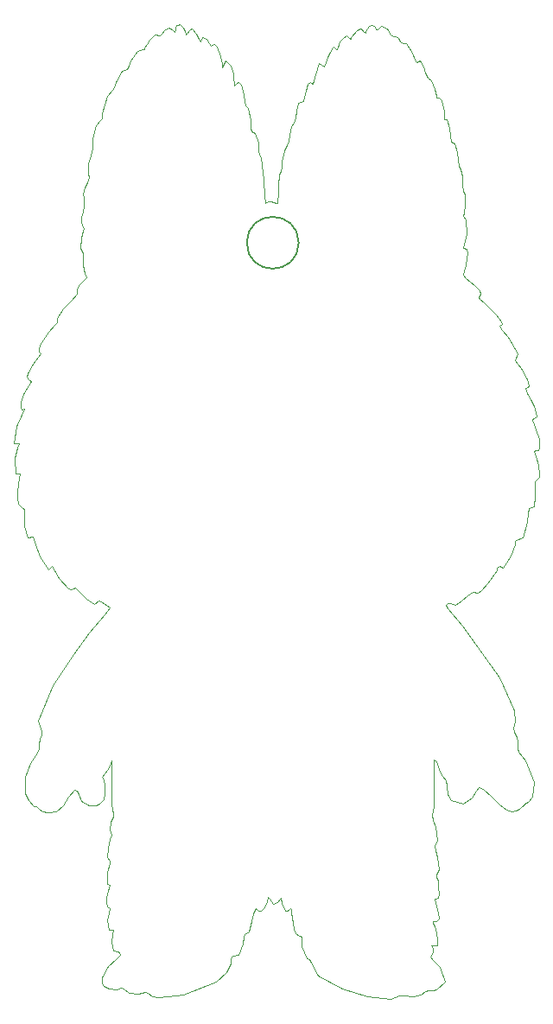
<source format=gbr>
%TF.GenerationSoftware,KiCad,Pcbnew,9.0.3*%
%TF.CreationDate,2025-07-31T13:15:59-07:00*%
%TF.ProjectId,dc-labubu-protype-ver-2.0,64632d6c-6162-4756-9275-2d70726f7479,rev?*%
%TF.SameCoordinates,Original*%
%TF.FileFunction,Profile,NP*%
%FSLAX46Y46*%
G04 Gerber Fmt 4.6, Leading zero omitted, Abs format (unit mm)*
G04 Created by KiCad (PCBNEW 9.0.3) date 2025-07-31 13:15:59*
%MOMM*%
%LPD*%
G01*
G04 APERTURE LIST*
%TA.AperFunction,Profile*%
%ADD10C,0.150000*%
%TD*%
%TA.AperFunction,Profile*%
%ADD11C,0.100000*%
%TD*%
G04 APERTURE END LIST*
D10*
X150832753Y-57303650D02*
G75*
G02*
X145752155Y-57303650I-2540299J0D01*
G01*
X145752155Y-57303650D02*
G75*
G02*
X150832753Y-57303650I2540299J0D01*
G01*
D11*
%TO.C,Ref\u002A\u002A*%
X139012473Y-35948332D02*
X139141590Y-35922086D01*
X139141590Y-35922086D02*
X139517562Y-36263318D01*
X139517562Y-36263318D02*
X139663612Y-36584469D01*
X139663612Y-36584469D02*
X139758068Y-36846089D01*
X139758068Y-36846089D02*
X139789554Y-36933295D01*
X139789554Y-36933295D02*
X139931635Y-36699960D01*
X139931635Y-36699960D02*
X140017889Y-36558064D01*
X140017889Y-36558064D02*
X140165262Y-36365818D01*
X140165262Y-36365818D02*
X140355761Y-36311102D01*
X140355761Y-36311102D02*
X140821957Y-36830240D01*
X140821957Y-36830240D02*
X141061404Y-37289371D01*
X141061404Y-37289371D02*
X141199516Y-37549324D01*
X141199516Y-37549324D02*
X141345037Y-37139696D01*
X141345037Y-37139696D02*
X141805676Y-37306066D01*
X141805676Y-37306066D02*
X142081636Y-37762313D01*
X142081636Y-37762313D02*
X142252821Y-38039517D01*
X142252821Y-38039517D02*
X142447819Y-37855526D01*
X142447819Y-37855526D02*
X142582227Y-37845525D01*
X142582227Y-37845525D02*
X142835169Y-38068833D01*
X142835169Y-38068833D02*
X143176745Y-39007203D01*
X143176745Y-39007203D02*
X143306655Y-39761423D01*
X143306655Y-39761423D02*
X143368832Y-40095565D01*
X143368832Y-40095565D02*
X143688978Y-39485542D01*
X143688978Y-39485542D02*
X144201475Y-39993145D01*
X144201475Y-39993145D02*
X144393298Y-40740168D01*
X144393298Y-40740168D02*
X144464206Y-41248670D01*
X144464206Y-41248670D02*
X144479287Y-41660494D01*
X144479287Y-41660494D02*
X144506539Y-41882691D01*
X144506539Y-41882691D02*
X144760274Y-41659356D01*
X144760274Y-41659356D02*
X144912410Y-41602683D01*
X144912410Y-41602683D02*
X145171172Y-41851682D01*
X145171172Y-41851682D02*
X145424378Y-42712106D01*
X145424378Y-42712106D02*
X145515924Y-43458865D01*
X145515924Y-43458865D02*
X145608263Y-43887489D01*
X145608263Y-43887489D02*
X145859617Y-44139954D01*
X145859617Y-44139954D02*
X146123142Y-45283191D01*
X146123142Y-45283191D02*
X146160977Y-46070590D01*
X146160977Y-46070590D02*
X146223948Y-46347635D01*
X146223948Y-46347635D02*
X146564731Y-46526969D01*
X146564731Y-46526969D02*
X146846776Y-47499073D01*
X146846776Y-47499073D02*
X146888580Y-48256522D01*
X146888580Y-48256522D02*
X146944672Y-48634135D01*
X146944672Y-48634135D02*
X147117180Y-48888901D01*
X147117180Y-48888901D02*
X147405311Y-51161511D01*
X147405311Y-51161511D02*
X147500561Y-52641271D01*
X147500561Y-52641271D02*
X147554536Y-53383188D01*
X147554536Y-53383188D02*
X147809858Y-53265766D01*
X147809858Y-53265766D02*
X148118097Y-53256214D01*
X148118097Y-53256214D02*
X148340612Y-53304871D01*
X148340612Y-53304871D02*
X148656788Y-53385093D01*
X148656788Y-53385093D02*
X148762357Y-53411842D01*
X148762357Y-53411842D02*
X148797017Y-52321601D01*
X148797017Y-52321601D02*
X148820036Y-51608233D01*
X148820036Y-51608233D02*
X148880890Y-50610702D01*
X148880890Y-50610702D02*
X149093086Y-50241079D01*
X149093086Y-50241079D02*
X149196538Y-49891195D01*
X149196538Y-49891195D02*
X149211090Y-49378142D01*
X149211090Y-49378142D02*
X149421698Y-48278561D01*
X149421698Y-48278561D02*
X149714856Y-47781383D01*
X149714856Y-47781383D02*
X149846353Y-47292117D01*
X149846353Y-47292117D02*
X149918585Y-46688603D01*
X149918585Y-46688603D02*
X150073366Y-45910120D01*
X150073366Y-45910120D02*
X150357792Y-45568279D01*
X150357792Y-45568279D02*
X150511515Y-45013792D01*
X150511515Y-45013792D02*
X150607559Y-44384111D01*
X150607559Y-44384111D02*
X150789063Y-43588907D01*
X150789063Y-43588907D02*
X151248908Y-43457436D01*
X151248908Y-43457436D02*
X151412685Y-42990023D01*
X151412685Y-42990023D02*
X151502378Y-42423419D01*
X151502378Y-42423419D02*
X151717220Y-41772862D01*
X151717220Y-41772862D02*
X151947672Y-41565562D01*
X151947672Y-41565562D02*
X152060649Y-41629009D01*
X152060649Y-41629009D02*
X152181563Y-41743123D01*
X152181563Y-41743123D02*
X152313855Y-41409352D01*
X152313855Y-41409352D02*
X152442706Y-40799382D01*
X152442706Y-40799382D02*
X152814975Y-39733324D01*
X152814975Y-39733324D02*
X153334351Y-40030028D01*
X153334351Y-40030028D02*
X153511886Y-39635984D01*
X153511886Y-39635984D02*
X153656878Y-39140844D01*
X153656878Y-39140844D02*
X153879392Y-38563127D01*
X153879392Y-38563127D02*
X154124661Y-38196362D01*
X154124661Y-38196362D02*
X154277854Y-38082935D01*
X154277854Y-38082935D02*
X154494812Y-38358313D01*
X154494812Y-38358313D02*
X154600381Y-38337728D01*
X154600381Y-38337728D02*
X154692456Y-38099471D01*
X154692456Y-38099471D02*
X154759660Y-37901087D01*
X154759660Y-37901087D02*
X154778445Y-37790015D01*
X154778445Y-37790015D02*
X154942751Y-37537471D01*
X154942751Y-37537471D02*
X155169763Y-37236137D01*
X155169763Y-37236137D02*
X155534359Y-37020370D01*
X155534359Y-37020370D02*
X155815875Y-37267622D01*
X155815875Y-37267622D02*
X155903717Y-37345463D01*
X155903717Y-37345463D02*
X155933085Y-37190205D01*
X155933085Y-37190205D02*
X156522841Y-36510915D01*
X156522841Y-36510915D02*
X156883203Y-36311102D01*
X156883203Y-36311102D02*
X157040894Y-36423656D01*
X157040894Y-36423656D02*
X157168688Y-36607752D01*
X157168688Y-36607752D02*
X157347811Y-36755443D01*
X157347811Y-36755443D02*
X157405754Y-36555338D01*
X157405754Y-36555338D02*
X157559477Y-36310229D01*
X157559477Y-36310229D02*
X157756062Y-36088402D01*
X157756062Y-36088402D02*
X157969052Y-35936188D01*
X157969052Y-35936188D02*
X158192889Y-36023685D01*
X158192889Y-36023685D02*
X158344759Y-36185134D01*
X158344759Y-36185134D02*
X158442391Y-36433075D01*
X158442391Y-36433075D02*
X158547959Y-36429397D01*
X158547959Y-36429397D02*
X158893505Y-36084010D01*
X158893505Y-36084010D02*
X159520302Y-36348779D01*
X159520302Y-36348779D02*
X159880664Y-36917976D01*
X159880664Y-36917976D02*
X160070899Y-37074001D01*
X160070899Y-37074001D02*
X160341567Y-37099162D01*
X160341567Y-37099162D02*
X160605357Y-37279052D01*
X160605357Y-37279052D02*
X160811731Y-37561283D01*
X160811731Y-37561283D02*
X161032129Y-37779008D01*
X161032129Y-37779008D02*
X161343014Y-37791391D01*
X161343014Y-37791391D02*
X161949967Y-38648931D01*
X161949967Y-38648931D02*
X162243919Y-39335339D01*
X162243919Y-39335339D02*
X162388911Y-39614950D01*
X162388911Y-39614950D02*
X162735250Y-39472525D01*
X162735250Y-39472525D02*
X163053014Y-40010554D01*
X163053014Y-40010554D02*
X163256478Y-40646929D01*
X163256478Y-40646929D02*
X163461795Y-41145615D01*
X163461795Y-41145615D02*
X163780617Y-41369426D01*
X163780617Y-41369426D02*
X164136746Y-42262394D01*
X164136746Y-42262394D02*
X164293908Y-42909590D01*
X164293908Y-42909590D02*
X164359525Y-43083686D01*
X164359525Y-43083686D02*
X164574895Y-43105329D01*
X164574895Y-43105329D02*
X164806141Y-43354301D01*
X164806141Y-43354301D02*
X164956424Y-43770808D01*
X164956424Y-43770808D02*
X165058818Y-44341461D01*
X165058818Y-44341461D02*
X165077074Y-44809270D01*
X165077074Y-44809270D02*
X165108295Y-45167594D01*
X165108295Y-45167594D02*
X165367586Y-45243874D01*
X165367586Y-45243874D02*
X165609415Y-46060985D01*
X165609415Y-46060985D02*
X165684027Y-46810020D01*
X165684027Y-46810020D02*
X165763138Y-47375407D01*
X165763138Y-47375407D02*
X166090427Y-47558102D01*
X166090427Y-47558102D02*
X166351306Y-48427654D01*
X166351306Y-48427654D02*
X166425653Y-49219180D01*
X166425653Y-49219180D02*
X166515876Y-49767714D01*
X166515876Y-49767714D02*
X166725955Y-50107571D01*
X166725955Y-50107571D02*
X166825968Y-50808716D01*
X166825968Y-50808716D02*
X166854542Y-51540288D01*
X166854542Y-51540288D02*
X166911428Y-52262864D01*
X166911428Y-52262864D02*
X167140292Y-52594122D01*
X167140292Y-52594122D02*
X167162253Y-53589642D01*
X167162253Y-53589642D02*
X167028374Y-54340687D01*
X167028374Y-54340687D02*
X166988951Y-54718088D01*
X166988951Y-54718088D02*
X167239775Y-55037228D01*
X167239775Y-55037228D02*
X167273907Y-56439121D01*
X167273907Y-56439121D02*
X167072559Y-57362569D01*
X167072559Y-57362569D02*
X166948469Y-57831675D01*
X166948469Y-57831675D02*
X167312800Y-57920310D01*
X167312800Y-57920310D02*
X167352752Y-58298664D01*
X167352752Y-58298664D02*
X167308831Y-58790523D01*
X167308831Y-58790523D02*
X167195590Y-59515481D01*
X167195590Y-59515481D02*
X167076263Y-60060257D01*
X167076263Y-60060257D02*
X166990274Y-60476975D01*
X166990274Y-60476975D02*
X167179186Y-60747115D01*
X167179186Y-60747115D02*
X168039081Y-61447995D01*
X168039081Y-61447995D02*
X168521945Y-61981130D01*
X168521945Y-61981130D02*
X168668259Y-62343079D01*
X168668259Y-62343079D02*
X168448920Y-62639941D01*
X168448920Y-62639941D02*
X168556076Y-62818270D01*
X168556076Y-62818270D02*
X168977292Y-63124393D01*
X168977292Y-63124393D02*
X170190405Y-64298083D01*
X170190405Y-64298083D02*
X170703431Y-65032036D01*
X170703431Y-65032036D02*
X170741002Y-65255874D01*
X170741002Y-65255874D02*
X170470334Y-65472038D01*
X170470334Y-65472038D02*
X170752644Y-65892989D01*
X170752644Y-65892989D02*
X171346368Y-66551007D01*
X171346368Y-66551007D02*
X172261561Y-68148824D01*
X172261561Y-68148824D02*
X172069473Y-68783559D01*
X172069473Y-68783559D02*
X172282463Y-69147360D01*
X172282463Y-69147360D02*
X172625362Y-69613026D01*
X172625362Y-69613026D02*
X173220939Y-70647546D01*
X173220939Y-70647546D02*
X173378895Y-71272756D01*
X173378895Y-71272756D02*
X173287878Y-71430976D01*
X173287878Y-71430976D02*
X173031762Y-71521199D01*
X173031762Y-71521199D02*
X173237607Y-72042163D01*
X173237607Y-72042163D02*
X173534469Y-72603608D01*
X173534469Y-72603608D02*
X173871813Y-73347880D01*
X173871813Y-73347880D02*
X174060725Y-73941340D01*
X174060725Y-73941340D02*
X174112054Y-74297998D01*
X174112054Y-74297998D02*
X173920496Y-74466802D01*
X173920496Y-74466802D02*
X173747459Y-74606766D01*
X173747459Y-74606766D02*
X173689780Y-74653333D01*
X173689780Y-74653333D02*
X173874459Y-75072697D01*
X173874459Y-75072697D02*
X174092210Y-75568525D01*
X174092210Y-75568525D02*
X174392777Y-76560711D01*
X174392777Y-76560711D02*
X174400714Y-77336998D01*
X174400714Y-77336998D02*
X174337214Y-77638887D01*
X174337214Y-77638887D02*
X174036913Y-77651058D01*
X174036913Y-77651058D02*
X173922613Y-77715087D01*
X173922613Y-77715087D02*
X174060725Y-78184986D01*
X174060725Y-78184986D02*
X174301496Y-79105735D01*
X174301496Y-79105735D02*
X174416325Y-79881228D01*
X174416325Y-79881228D02*
X174394364Y-80261963D01*
X174394364Y-80261963D02*
X174012571Y-80665187D01*
X174012571Y-80665187D02*
X173948542Y-81260499D01*
X173948542Y-81260499D02*
X173990081Y-82152144D01*
X173990081Y-82152144D02*
X173919967Y-83150416D01*
X173919967Y-83150416D02*
X173375191Y-83327422D01*
X173375191Y-83327422D02*
X173265918Y-83810550D01*
X173265918Y-83810550D02*
X173196332Y-84697168D01*
X173196332Y-84697168D02*
X172806337Y-86203439D01*
X172806337Y-86203439D02*
X172121332Y-86459026D01*
X172121332Y-86459026D02*
X172021319Y-86531522D01*
X172021319Y-86531522D02*
X172012853Y-86844523D01*
X172012853Y-86844523D02*
X171614655Y-87928520D01*
X171614655Y-87928520D02*
X171211695Y-88679671D01*
X171211695Y-88679671D02*
X170828315Y-89119937D01*
X170828315Y-89119937D02*
X170549179Y-88992937D01*
X170549179Y-88992937D02*
X170285919Y-89138458D01*
X170285919Y-89138458D02*
X170226653Y-89413095D01*
X170226653Y-89413095D02*
X169344269Y-90674362D01*
X169344269Y-90674362D02*
X168718794Y-91335555D01*
X168718794Y-91335555D02*
X168366634Y-91558863D01*
X168366634Y-91558863D02*
X167895941Y-91558070D01*
X167895941Y-91558070D02*
X167380004Y-91856255D01*
X167380004Y-91856255D02*
X166757176Y-92378012D01*
X166757176Y-92378012D02*
X166171918Y-92752397D01*
X166171918Y-92752397D02*
X165660215Y-92583858D01*
X165660215Y-92583858D02*
X165461513Y-92624075D01*
X165461513Y-92624075D02*
X165215980Y-92793143D01*
X165215980Y-92793143D02*
X165386636Y-93106145D01*
X165386636Y-93106145D02*
X166874122Y-94807678D01*
X166874122Y-94807678D02*
X170532511Y-99901165D01*
X170532511Y-99901165D02*
X171941415Y-103151567D01*
X171941415Y-103151567D02*
X172021055Y-104206989D01*
X172021055Y-104206989D02*
X171845107Y-104841459D01*
X171845107Y-104841459D02*
X171940092Y-105235952D01*
X171940092Y-105235952D02*
X172175307Y-105728077D01*
X172175307Y-105728077D02*
X172316859Y-106195066D01*
X172316859Y-106195066D02*
X172243304Y-106814984D01*
X172243304Y-106814984D02*
X172349138Y-107192808D01*
X172349138Y-107192808D02*
X173048695Y-107994495D01*
X173048695Y-107994495D02*
X173896419Y-110132855D01*
X173896419Y-110132855D02*
X173736611Y-111565836D01*
X173736611Y-111565836D02*
X173301372Y-112124635D01*
X173301372Y-112124635D02*
X172981226Y-112290793D01*
X172981226Y-112290793D02*
X172846289Y-112397420D01*
X172846289Y-112397420D02*
X172745748Y-112543735D01*
X172745748Y-112543735D02*
X172464231Y-112759899D01*
X172464231Y-112759899D02*
X172092492Y-112948282D01*
X172092492Y-112948282D02*
X171725780Y-112995907D01*
X171725780Y-112995907D02*
X171143168Y-112846418D01*
X171143168Y-112846418D02*
X170485415Y-112339477D01*
X170485415Y-112339477D02*
X169745112Y-111589384D01*
X169745112Y-111589384D02*
X168883894Y-110779231D01*
X168883894Y-110779231D02*
X168437013Y-110609633D01*
X168437013Y-110609633D02*
X168181162Y-110976345D01*
X168181162Y-110976345D02*
X167834558Y-111647857D01*
X167834558Y-111647857D02*
X166927567Y-112234702D01*
X166927567Y-112234702D02*
X165796740Y-111904502D01*
X165796740Y-111904502D02*
X165399601Y-111297813D01*
X165399601Y-111297813D02*
X165346949Y-110448237D01*
X165346949Y-110448237D02*
X165256461Y-109992626D01*
X165256461Y-109992626D02*
X164893453Y-109584639D01*
X164893453Y-109584639D02*
X164649772Y-109140404D01*
X164649772Y-109140404D02*
X164516687Y-108614942D01*
X164516687Y-108614942D02*
X164333860Y-108099270D01*
X164333860Y-108099270D02*
X164079596Y-107982059D01*
X164079596Y-107982059D02*
X164058165Y-109513466D01*
X164058165Y-109513466D02*
X164083036Y-110931895D01*
X164083036Y-110931895D02*
X164086475Y-112555112D01*
X164086475Y-112555112D02*
X163903648Y-113369234D01*
X163903648Y-113369234D02*
X163948892Y-113835694D01*
X163948892Y-113835694D02*
X164212417Y-114572822D01*
X164212417Y-114572822D02*
X164405562Y-115842820D01*
X164405562Y-115842820D02*
X164164792Y-116433634D01*
X164164792Y-116433634D02*
X164235965Y-116867286D01*
X164235965Y-116867286D02*
X164426993Y-117466831D01*
X164426993Y-117466831D02*
X164579129Y-118670154D01*
X164579129Y-118670154D02*
X164346560Y-119172333D01*
X164346560Y-119172333D02*
X164366669Y-119473957D01*
X164366669Y-119473957D02*
X164458214Y-119826382D01*
X164458214Y-119826382D02*
X164538383Y-120468789D01*
X164538383Y-120468789D02*
X164551347Y-121034468D01*
X164551347Y-121034468D02*
X164525947Y-121508865D01*
X164525947Y-121508865D02*
X164254485Y-121538234D01*
X164254485Y-121538234D02*
X164143625Y-121600940D01*
X164143625Y-121600940D02*
X164253956Y-122007869D01*
X164253956Y-122007869D02*
X164491816Y-122897926D01*
X164491816Y-122897926D02*
X164551083Y-123482390D01*
X164551083Y-123482390D02*
X164336241Y-123810208D01*
X164336241Y-123810208D02*
X163979848Y-123774754D01*
X163979848Y-123774754D02*
X164024827Y-123982187D01*
X164024827Y-123982187D02*
X164147594Y-124260528D01*
X164147594Y-124260528D02*
X164309519Y-124864836D01*
X164309519Y-124864836D02*
X164418527Y-125511741D01*
X164418527Y-125511741D02*
X164384660Y-126186428D01*
X164384660Y-126186428D02*
X163917407Y-126184841D01*
X163917407Y-126184841D02*
X163809192Y-126174786D01*
X163809192Y-126174786D02*
X163987786Y-126374547D01*
X163987786Y-126374547D02*
X164010804Y-126853442D01*
X164010804Y-126853442D02*
X163754423Y-127233648D01*
X163754423Y-127233648D02*
X163984346Y-127579458D01*
X163984346Y-127579458D02*
X164670145Y-128267373D01*
X164670145Y-128267373D02*
X165171001Y-129673367D01*
X165171001Y-129673367D02*
X164357937Y-130464206D01*
X164357937Y-130464206D02*
X163955507Y-130559985D01*
X163955507Y-130559985D02*
X163577682Y-130576125D01*
X163577682Y-130576125D02*
X163209647Y-130660262D01*
X163209647Y-130660262D02*
X162779964Y-130962416D01*
X162779964Y-130962416D02*
X162010557Y-131139422D01*
X162010557Y-131139422D02*
X161161245Y-131041526D01*
X161161245Y-131041526D02*
X160670444Y-131040997D01*
X160670444Y-131040997D02*
X159877224Y-131409032D01*
X159877224Y-131409032D02*
X157566621Y-131179109D01*
X157566621Y-131179109D02*
X155086420Y-130404939D01*
X155086420Y-130404939D02*
X152703850Y-129127797D01*
X152703850Y-129127797D02*
X151990799Y-127647191D01*
X151990799Y-127647191D02*
X151891845Y-127468333D01*
X151891845Y-127468333D02*
X151602655Y-127423354D01*
X151602655Y-127423354D02*
X151159744Y-126205478D01*
X151159744Y-126205478D02*
X151099948Y-125397971D01*
X151099948Y-125397971D02*
X151070050Y-125187892D01*
X151070050Y-125187892D02*
X150881402Y-125234458D01*
X150881402Y-125234458D02*
X150512573Y-124919605D01*
X150512573Y-124919605D02*
X150351442Y-124499711D01*
X150351442Y-124499711D02*
X150246138Y-123932445D01*
X150246138Y-123932445D02*
X150189518Y-123441909D01*
X150189518Y-123441909D02*
X150130516Y-122954018D01*
X150130516Y-122954018D02*
X150066751Y-122593920D01*
X150066751Y-122593920D02*
X149987376Y-122512958D01*
X149987376Y-122512958D02*
X149811429Y-122666945D01*
X149811429Y-122666945D02*
X149667495Y-122771720D01*
X149667495Y-122771720D02*
X149523827Y-122799766D01*
X149523827Y-122799766D02*
X149181192Y-122024008D01*
X149181192Y-122024008D02*
X149103669Y-121468649D01*
X149103669Y-121468649D02*
X149001275Y-121548023D01*
X149001275Y-121548023D02*
X148765797Y-121933256D01*
X148765797Y-121933256D02*
X148341141Y-122068194D01*
X148341141Y-122068194D02*
X147995595Y-121611788D01*
X147995595Y-121611788D02*
X147786310Y-121400122D01*
X147786310Y-121400122D02*
X147737098Y-121845150D01*
X147737098Y-121845150D02*
X147466165Y-122453427D01*
X147466165Y-122453427D02*
X147110565Y-122748172D01*
X147110565Y-122748172D02*
X146922711Y-122744732D01*
X146922711Y-122744732D02*
X146616324Y-122483324D01*
X146616324Y-122483324D02*
X146413918Y-123001378D01*
X146413918Y-123001378D02*
X146245114Y-123776606D01*
X146245114Y-123776606D02*
X145941108Y-124763501D01*
X145941108Y-124763501D02*
X145538678Y-125006388D01*
X145538678Y-125006388D02*
X145420409Y-125327062D01*
X145420409Y-125327062D02*
X145341828Y-125960739D01*
X145341828Y-125960739D02*
X144913468Y-127059817D01*
X144913468Y-127059817D02*
X144314452Y-127123581D01*
X144314452Y-127123581D02*
X144177663Y-127448224D01*
X144177663Y-127448224D02*
X144159671Y-127886903D01*
X144159671Y-127886903D02*
X143723374Y-128727219D01*
X143723374Y-128727219D02*
X142767700Y-129712526D01*
X142767700Y-129712526D02*
X139487135Y-130979614D01*
X139487135Y-130979614D02*
X137144253Y-131206361D01*
X137144253Y-131206361D02*
X136492585Y-131162441D01*
X136492585Y-131162441D02*
X136046233Y-130817160D01*
X136046233Y-130817160D02*
X135760193Y-130708416D01*
X135760193Y-130708416D02*
X135123712Y-130876426D01*
X135123712Y-130876426D02*
X134227410Y-130838591D01*
X134227410Y-130838591D02*
X133681973Y-130349906D01*
X133681973Y-130349906D02*
X133464644Y-130306250D01*
X133464644Y-130306250D02*
X133040835Y-130448860D01*
X133040835Y-130448860D02*
X132267671Y-130409437D01*
X132267671Y-130409437D02*
X131704294Y-130125011D01*
X131704294Y-130125011D02*
X131563351Y-129855401D01*
X131563351Y-129855401D02*
X131553482Y-129252416D01*
X131553482Y-129252416D02*
X132194408Y-128214721D01*
X132194408Y-128214721D02*
X132952861Y-127469656D01*
X132952861Y-127469656D02*
X133345899Y-127063521D01*
X133345899Y-127063521D02*
X133260413Y-126826454D01*
X133260413Y-126826454D02*
X133057133Y-126706863D01*
X133057133Y-126706863D02*
X132692723Y-126640452D01*
X132692723Y-126640452D02*
X132498652Y-125801460D01*
X132498652Y-125801460D02*
X132589800Y-125058775D01*
X132589800Y-125058775D02*
X132642188Y-124617186D01*
X132642188Y-124617186D02*
X132227004Y-124586230D01*
X132227004Y-124586230D02*
X132093099Y-123673419D01*
X132093099Y-123673419D02*
X132267300Y-122888930D01*
X132267300Y-122888930D02*
X132335060Y-122514281D01*
X132335060Y-122514281D02*
X132029228Y-122306583D01*
X132029228Y-122306583D02*
X131979302Y-121916058D01*
X131979302Y-121916058D02*
X132022720Y-121422876D01*
X132022720Y-121422876D02*
X132128315Y-120851641D01*
X132128315Y-120851641D02*
X132264893Y-120455296D01*
X132264893Y-120455296D02*
X132351014Y-120199444D01*
X132351014Y-120199444D02*
X132038198Y-120172456D01*
X132038198Y-120172456D02*
X132027932Y-118922566D01*
X132027932Y-118922566D02*
X132282037Y-118135961D01*
X132282037Y-118135961D02*
X132332837Y-117879316D01*
X132332837Y-117879316D02*
X132101883Y-117536416D01*
X132101883Y-117536416D02*
X132128526Y-116580213D01*
X132128526Y-116580213D02*
X132363106Y-115768208D01*
X132363106Y-115768208D02*
X132471929Y-115290106D01*
X132471929Y-115290106D02*
X132313629Y-114828938D01*
X132313629Y-114828938D02*
X132380780Y-114078316D01*
X132380780Y-114078316D02*
X132631234Y-113503113D01*
X132631234Y-113503113D02*
X132670154Y-113208632D01*
X132670154Y-113208632D02*
X132565935Y-112857530D01*
X132565935Y-112857530D02*
X132493122Y-112195544D01*
X132493122Y-112195544D02*
X132479734Y-111022383D01*
X132479734Y-111022383D02*
X132465446Y-108040532D01*
X132465446Y-108040532D02*
X132315137Y-108543769D01*
X132315137Y-108543769D02*
X132075213Y-108968689D01*
X132075213Y-108968689D02*
X131782902Y-109315293D01*
X131782902Y-109315293D02*
X131591396Y-109592841D01*
X131591396Y-109592841D02*
X131719957Y-109875944D01*
X131719957Y-109875944D02*
X131799332Y-110513060D01*
X131799332Y-110513060D02*
X131812800Y-111205474D01*
X131812800Y-111205474D02*
X131764857Y-111801580D01*
X131764857Y-111801580D02*
X131325887Y-112251635D01*
X131325887Y-112251635D02*
X130977829Y-112435520D01*
X130977829Y-112435520D02*
X130284886Y-112448485D01*
X130284886Y-112448485D02*
X129566252Y-112029650D01*
X129566252Y-112029650D02*
X129245762Y-111344645D01*
X129245762Y-111344645D02*
X129085213Y-111019737D01*
X129085213Y-111019737D02*
X128850819Y-110924487D01*
X128850819Y-110924487D02*
X128252068Y-111609492D01*
X128252068Y-111609492D02*
X127737322Y-112433933D01*
X127737322Y-112433933D02*
X127100867Y-113016545D01*
X127100867Y-113016545D02*
X126198481Y-113078986D01*
X126198481Y-113078986D02*
X125744668Y-112992203D01*
X125744668Y-112992203D02*
X125368484Y-112728414D01*
X125368484Y-112728414D02*
X125092629Y-112549820D01*
X125092629Y-112549820D02*
X124837810Y-112500608D01*
X124837810Y-112500608D02*
X124325921Y-111883600D01*
X124325921Y-111883600D02*
X124053136Y-111276911D01*
X124053136Y-111276911D02*
X123992996Y-110677102D01*
X123992996Y-110677102D02*
X124063613Y-109650255D01*
X124063613Y-109650255D02*
X124515733Y-108281303D01*
X124515733Y-108281303D02*
X125208226Y-107263452D01*
X125208226Y-107263452D02*
X125340120Y-106857317D01*
X125340120Y-106857317D02*
X125353350Y-106390063D01*
X125353350Y-106390063D02*
X125433121Y-105891589D01*
X125433121Y-105891589D02*
X125602084Y-105470108D01*
X125602084Y-105470108D02*
X125662277Y-105154725D01*
X125662277Y-105154725D02*
X125292628Y-104093218D01*
X125292628Y-104093218D02*
X126739288Y-100688564D01*
X126739288Y-100688564D02*
X128741044Y-97626016D01*
X128741044Y-97626016D02*
X130311714Y-95469665D01*
X130311714Y-95469665D02*
X131775255Y-93759136D01*
X131775255Y-93759136D02*
X132303866Y-93016980D01*
X132303866Y-93016980D02*
X131514535Y-92487021D01*
X131514535Y-92487021D02*
X131213889Y-92323773D01*
X131213889Y-92323773D02*
X130827810Y-92662704D01*
X130827810Y-92662704D02*
X130026811Y-92206563D01*
X130026811Y-92206563D02*
X129407052Y-91569182D01*
X129407052Y-91569182D02*
X128956441Y-91131562D01*
X128956441Y-91131562D02*
X128727233Y-91202470D01*
X128727233Y-91202470D02*
X128533426Y-91244539D01*
X128533426Y-91244539D02*
X128229367Y-91165958D01*
X128229367Y-91165958D02*
X127336373Y-90142815D01*
X127336373Y-90142815D02*
X126883168Y-89360443D01*
X126883168Y-89360443D02*
X126658934Y-88966215D01*
X126658934Y-88966215D02*
X126347467Y-89343510D01*
X126347467Y-89343510D02*
X125464051Y-88017684D01*
X125464051Y-88017684D02*
X125054080Y-86859869D01*
X125054080Y-86859869D02*
X124788465Y-86113216D01*
X124788465Y-86113216D02*
X124295573Y-86149199D01*
X124295573Y-86149199D02*
X123961696Y-85045094D01*
X123961696Y-85045094D02*
X123935582Y-84060846D01*
X123935582Y-84060846D02*
X123910922Y-83380603D01*
X123910922Y-83380603D02*
X123776064Y-83268684D01*
X123776064Y-83268684D02*
X123574373Y-83129514D01*
X123574373Y-83129514D02*
X123355430Y-82864401D01*
X123355430Y-82864401D02*
X123256847Y-82323329D01*
X123256847Y-82323329D02*
X123253010Y-81662665D01*
X123253010Y-81662665D02*
X123318151Y-80896168D01*
X123318151Y-80896168D02*
X123439436Y-80330490D01*
X123439436Y-80330490D02*
X123525002Y-79936790D01*
X123525002Y-79936790D02*
X123055817Y-79923297D01*
X123055817Y-79923297D02*
X123015097Y-78419936D01*
X123015097Y-78419936D02*
X123296402Y-77395206D01*
X123296402Y-77395206D02*
X123413030Y-76993040D01*
X123413030Y-76993040D02*
X122910852Y-76980869D01*
X122910852Y-76980869D02*
X123208402Y-75296269D01*
X123208402Y-75296269D02*
X123684942Y-74142952D01*
X123684942Y-74142952D02*
X123917034Y-73600557D01*
X123917034Y-73600557D02*
X123649461Y-73617755D01*
X123649461Y-73617755D02*
X123571965Y-73384128D01*
X123571965Y-73384128D02*
X123566885Y-72895972D01*
X123566885Y-72895972D02*
X123880495Y-72119157D01*
X123880495Y-72119157D02*
X124233528Y-71535751D01*
X124233528Y-71535751D02*
X124542032Y-71037806D01*
X124542032Y-71037806D02*
X124644876Y-70871648D01*
X124644876Y-70871648D02*
X124476654Y-70753908D01*
X124476654Y-70753908D02*
X124332879Y-70653102D01*
X124332879Y-70653102D02*
X124233925Y-70459163D01*
X124233925Y-70459163D02*
X124310099Y-70066786D01*
X124310099Y-70066786D02*
X124814341Y-69162971D01*
X124814341Y-69162971D02*
X125293660Y-68505217D01*
X125293660Y-68505217D02*
X125513634Y-68157555D01*
X125513634Y-68157555D02*
X125415288Y-67943772D01*
X125415288Y-67943772D02*
X125380099Y-67695064D01*
X125380099Y-67695064D02*
X125449155Y-67325442D01*
X125449155Y-67325442D02*
X126305981Y-66044331D01*
X126305981Y-66044331D02*
X126938943Y-65392928D01*
X126938943Y-65392928D02*
X127142460Y-65138399D01*
X127142460Y-65138399D02*
X127125818Y-64692576D01*
X127125818Y-64692576D02*
X127751371Y-63780559D01*
X127751371Y-63780559D02*
X128512656Y-62954531D01*
X128512656Y-62954531D02*
X129074471Y-62294661D01*
X129074471Y-62294661D02*
X129136569Y-61762320D01*
X129136569Y-61762320D02*
X129351278Y-61377351D01*
X129351278Y-61377351D02*
X129602182Y-61119383D01*
X129602182Y-61119383D02*
X129951379Y-60776748D01*
X129951379Y-60776748D02*
X130067795Y-60662448D01*
X130067795Y-60662448D02*
X129907723Y-60259753D01*
X129907723Y-60259753D02*
X129771462Y-59917118D01*
X129771462Y-59917118D02*
X129675075Y-59398535D01*
X129675075Y-59398535D02*
X129719948Y-58807721D01*
X129719948Y-58807721D02*
X129701983Y-58344701D01*
X129701983Y-58344701D02*
X129483887Y-57845168D01*
X129483887Y-57845168D02*
X129513864Y-56834594D01*
X129513864Y-56834594D02*
X129720874Y-56117706D01*
X129720874Y-56117706D02*
X129790168Y-55842381D01*
X129790168Y-55842381D02*
X129733442Y-55752793D01*
X129733442Y-55752793D02*
X129616840Y-55544540D01*
X129616840Y-55544540D02*
X129519817Y-55256912D01*
X129519817Y-55256912D02*
X129542942Y-54757723D01*
X129542942Y-54757723D02*
X129663698Y-54225567D01*
X129663698Y-54225567D02*
X129759106Y-53676557D01*
X129759106Y-53676557D02*
X129769928Y-53296643D01*
X129769928Y-53296643D02*
X129750904Y-52893524D01*
X129750904Y-52893524D02*
X129731881Y-52486304D01*
X129731881Y-52486304D02*
X129890128Y-51896866D01*
X129890128Y-51896866D02*
X130137248Y-51344946D01*
X130137248Y-51344946D02*
X130327827Y-50857081D01*
X130327827Y-50857081D02*
X130189530Y-50563738D01*
X130189530Y-50563738D02*
X130245225Y-49538585D01*
X130245225Y-49538585D02*
X130482688Y-48747958D01*
X130482688Y-48747958D02*
X130620350Y-47977069D01*
X130620350Y-47977069D02*
X130661334Y-47051002D01*
X130661334Y-47051002D02*
X130943856Y-45831116D01*
X130943856Y-45831116D02*
X131417354Y-45309332D01*
X131417354Y-45309332D02*
X131534855Y-45114863D01*
X131534855Y-45114863D02*
X131553482Y-44638349D01*
X131553482Y-44638349D02*
X132096512Y-42899695D01*
X132096512Y-42899695D02*
X132590303Y-42301420D01*
X132590303Y-42301420D02*
X132758049Y-42072291D01*
X132758049Y-42072291D02*
X132930425Y-41582098D01*
X132930425Y-41582098D02*
X133534864Y-40494239D01*
X133534864Y-40494239D02*
X133992196Y-40265110D01*
X133992196Y-40265110D02*
X134186453Y-39932820D01*
X134186453Y-39932820D02*
X134388674Y-39456809D01*
X134388674Y-39456809D02*
X135047750Y-38550771D01*
X135047750Y-38550771D02*
X135547336Y-38365933D01*
X135547336Y-38365933D02*
X135675526Y-38320663D01*
X135675526Y-38320663D02*
X135747757Y-38168369D01*
X135747757Y-38168369D02*
X135957863Y-37807583D01*
X135957863Y-37807583D02*
X136231971Y-37396316D01*
X136231971Y-37396316D02*
X136764047Y-36931893D01*
X136764047Y-36931893D02*
X137220188Y-36994229D01*
X137220188Y-36994229D02*
X137434500Y-36826668D01*
X137434500Y-36826668D02*
X137688235Y-36444187D01*
X137688235Y-36444187D02*
X138094635Y-36191484D01*
X138094635Y-36191484D02*
X138432243Y-36411855D01*
X138432243Y-36411855D02*
X138611630Y-36580474D01*
X138611630Y-36580474D02*
X138671426Y-36636671D01*
X138671426Y-36636671D02*
X138717463Y-36406431D01*
X138717463Y-36406431D02*
X138752124Y-36233420D01*
X138752124Y-36233420D02*
X138870657Y-36012097D01*
X138870657Y-36012097D02*
X139012473Y-35948332D01*
X139012473Y-35948332D02*
X139012473Y-35948332D01*
X139012473Y-35948332D02*
X139012473Y-35948332D01*
%TD*%
M02*

</source>
